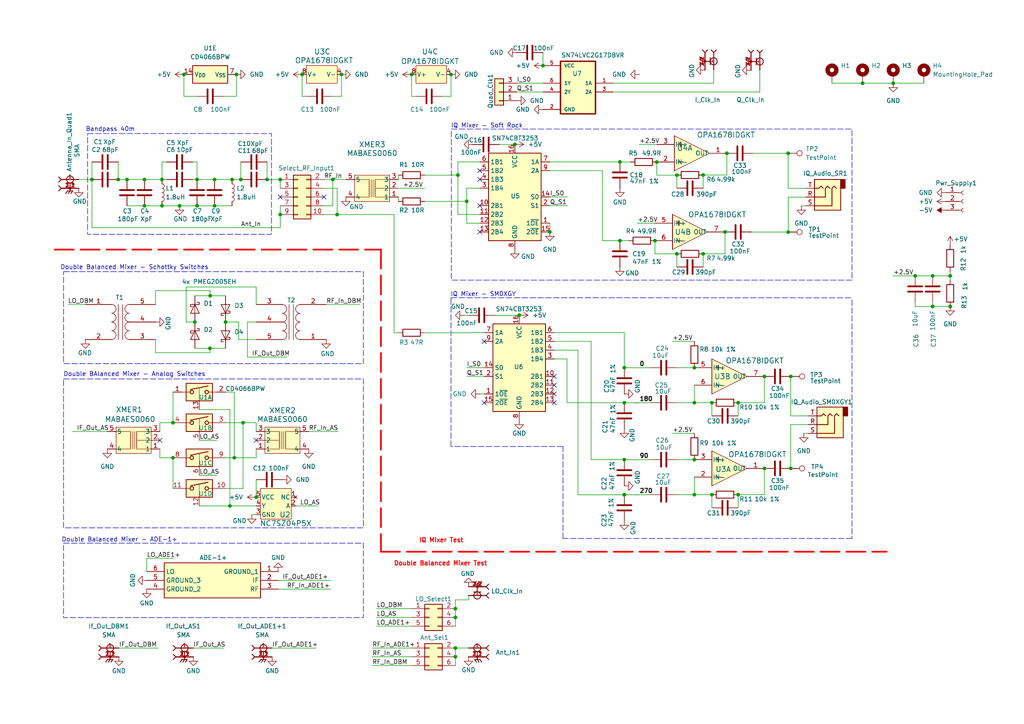
<source format=kicad_sch>
(kicad_sch (version 20231120) (generator "eeschema") (generator_version "8.0")
  (paper "A4")
  (title_block (title "Phasor Radio: MixerTest") (date "2024-03-04") (rev "Rev. v1.0") (company "Stefan Meyre. HB9GZE"))
  (junction (at 181.0746 106.6451))
  (junction (at 50.1775 122.613))
  (junction (at 57.15 59.69))
  (junction (at 81.28 52.07))
  (junction (at 229.3346 109.1851))
  (junction (at 119.38 21.59))
  (junction (at 250.19 24.13))
  (junction (at 26.67 52.07))
  (junction (at 77.47 52.07))
  (junction (at 130.81 21.59))
  (junction (at 275.59 80.01))
  (junction (at 62.23 52.07))
  (junction (at 132.08 176.53))
  (junction (at 206.4746 116.8051))
  (junction (at 132.8146 50.7651))
  (junction (at 46.99 59.69))
  (junction (at 52.07 59.69))
  (junction (at 68.58 21.59))
  (junction (at 149.3246 41.8751))
  (junction (at 210.82 44.45))
  (junction (at 214.0946 143.4751))
  (junction (at 159.4846 67.2751))
  (junction (at 132.08 187.96))
  (junction (at 99.06 21.59))
  (junction (at 65.4175 93.403))
  (junction (at 179.8046 46.9551))
  (junction (at 70.4975 122.613))
  (junction (at 67.31 52.07))
  (junction (at 259.08 24.13))
  (junction (at 81.28 62.23))
  (junction (at 57.15 52.07))
  (junction (at 41.91 52.07))
  (junction (at 67.9575 132.773))
  (junction (at 275.59 88.9))
  (junction (at 46.99 52.07))
  (junction (at 221.7146 109.1851))
  (junction (at 41.91 59.69))
  (junction (at 196.3146 73.6251))
  (junction (at 66.6875 146.743))
  (junction (at 270.51 80.01))
  (junction (at 181.0746 133.3151))
  (junction (at 189.9646 69.8151))
  (junction (at 201.3946 116.8051))
  (junction (at 201.3946 133.3151))
  (junction (at 201.3946 143.4751))
  (junction (at 206.4746 143.4751))
  (junction (at 69.85 52.07))
  (junction (at 270.51 88.9))
  (junction (at 96.52 52.07))
  (junction (at 150.5946 91.4051))
  (junction (at 201.3946 106.6451))
  (junction (at 87.63 21.59))
  (junction (at 36.83 52.07))
  (junction (at 157.48 19.05))
  (junction (at 221.7146 135.8551))
  (junction (at 60.8855 101.023))
  (junction (at 181.0746 143.51))
  (junction (at 203.9346 50.7651))
  (junction (at 228.6 44.45))
  (junction (at 229.3346 135.8551))
  (junction (at 210.2846 67.2751))
  (junction (at 190.5 46.99))
  (junction (at 53.34 21.59))
  (junction (at 135.3546 58.3851))
  (junction (at 60.954 85.783))
  (junction (at 34.29 52.07))
  (junction (at 62.23 59.69))
  (junction (at 228.6 67.31))
  (junction (at 181.0746 143.4751))
  (junction (at 56.5275 93.403))
  (junction (at 214.0946 116.8051))
  (junction (at 181.0746 116.8051))
  (junction (at 74.3075 144.203))
  (junction (at 203.9346 73.6251))
  (junction (at 132.08 190.5))
  (junction (at 132.08 179.07))
  (junction (at 179.8046 69.8151))
  (junction (at 50.1775 132.773))
  (junction (at 196.3146 50.8))
  (junction (at 97.79 62.23))
  (junction (at 265.43 80.01))
  (no_connect (at 46.3675 127.693))
  (no_connect (at 140.4346 116.8051))
  (no_connect (at 139.1646 49.4951))
  (no_connect (at 139.1646 59.6551))
  (no_connect (at 139.1646 67.2751))
  (no_connect (at 139.1646 52.0351))
  (no_connect (at 160.7546 109.1851))
  (no_connect (at 160.7546 111.7251))
  (no_connect (at 74.3075 127.693))
  (no_connect (at 160.7546 114.2651))
  (no_connect (at 160.7546 116.8051))
  (no_connect (at 81.28 57.15))
  (no_connect (at 93.98 57.15))
  (no_connect (at 140.4346 99.0251))
  (wire (pts (xy 130.2746 50.8) (xy 123.19 50.8)))
  (wire (pts (xy 45.1063 84.2837) (xy 45.1063 85.783)))
  (wire (pts (xy 201.3946 116.8051) (xy 201.3946 111.7251)))
  (wire (pts (xy 229.3346 123.1551) (xy 234.4146 123.1551)))
  (wire (pts (xy 181.0746 143.4751) (xy 181.0746 143.51)))
  (wire (pts (xy 160.7546 99.0251) (xy 171.45 99.0251)))
  (wire (pts (xy 41.91 52.07) (xy 36.83 52.07)))
  (wire (pts (xy 19.6975 88.323) (xy 24.7775 88.323)))
  (wire (pts (xy 66.6875 146.743) (xy 74.3075 146.743)))
  (wire (pts (xy 221.7146 109.1851) (xy 221.7146 116.8051)))
  (wire (pts (xy 74.3075 139.123) (xy 74.3075 144.203)))
  (wire (pts (xy 34.4865 187.9725) (xy 45.9165 187.9725)))
  (wire (pts (xy 206.4746 116.8051) (xy 201.3946 116.8051)))
  (polyline (pts (xy 110.49 72.39) (xy 110.49 160.02)) (stroke (width 0.5) (type dash) (color 255 0 0 1)))
  (wire (pts (xy 65.4175 93.403) (xy 69.2275 93.403)))
  (wire (pts (xy 53.9875 93.403) (xy 56.5275 93.403)))
  (wire (pts (xy 132.8146 62.1951) (xy 139.1646 62.1951)))
  (wire (pts (xy 109.22 176.53) (xy 119.38 176.53)))
  (wire (pts (xy 196.3146 50.8) (xy 196.3146 54.5751)))
  (wire (pts (xy 228.6 54.61) (xy 233.68 54.61)))
  (wire (pts (xy 74.3075 88.323) (xy 74.3075 83.243)))
  (wire (pts (xy 119.38 27.94) (xy 120.65 27.94)))
  (wire (pts (xy 229.3346 120.6151) (xy 229.3346 109.1851)))
  (wire (pts (xy 60.8855 102.293) (xy 60.8855 101.023)))
  (wire (pts (xy 196.3146 50.8) (xy 190.5 50.8)))
  (wire (pts (xy 114.3 96.52) (xy 115.57 96.52)))
  (wire (pts (xy 70.4975 141.663) (xy 70.4975 122.613)))
  (wire (pts (xy 132.08 190.5) (xy 132.08 193.04)))
  (wire (pts (xy 135.89 173.99) (xy 132.08 173.99)))
  (wire (pts (xy 107.95 193.04) (xy 119.38 193.04)))
  (wire (pts (xy 140.4346 114.2651) (xy 139.1646 114.2651)))
  (wire (pts (xy 196.3146 116.8051) (xy 201.3946 116.8051)))
  (polyline (pts (xy 130.81 129.482) (xy 130.81 86.995)) (stroke (width 0) (type dash)))
  (wire (pts (xy 96.52 52.07) (xy 100.33 52.07)))
  (wire (pts (xy 36.83 59.69) (xy 41.91 59.69)))
  (wire (pts (xy 132.08 187.96) (xy 132.08 190.5)))
  (wire (pts (xy 46.3675 122.613) (xy 46.3675 125.153)))
  (wire (pts (xy 250.19 24.13) (xy 259.08 24.13)))
  (wire (pts (xy 159.4846 57.1151) (xy 164.5646 57.1151)))
  (wire (pts (xy 132.08 176.53) (xy 132.08 179.07)))
  (wire (pts (xy 57.7975 146.743) (xy 66.6875 146.743)))
  (wire (pts (xy 57.7975 127.693) (xy 62.8775 127.693)))
  (wire (pts (xy 214.0946 143.4751) (xy 214.0946 147.2851)))
  (wire (pts (xy 135.89 172.72) (xy 135.89 173.99)))
  (wire (pts (xy 26.67 46.99) (xy 26.67 52.07)))
  (wire (pts (xy 265.43 87.63) (xy 265.43 88.9)))
  (wire (pts (xy 87.63 21.59) (xy 87.63 27.94)))
  (wire (pts (xy 270.51 80.01) (xy 275.59 80.01)))
  (wire (pts (xy 210.2846 73.6251) (xy 203.9346 73.6251)))
  (wire (pts (xy 80.6575 168.333) (xy 95.9978 168.333)))
  (polyline (pts (xy 247.1146 86.9601) (xy 247.1146 156.1751)) (stroke (width 0) (type dash)))
  (wire (pts (xy 119.38 21.59) (xy 119.38 27.94)))
  (wire (pts (xy 150.5946 91.44) (xy 150.5946 91.4051)))
  (wire (pts (xy 128.27 27.94) (xy 130.81 27.94)))
  (wire (pts (xy 57.15 59.69) (xy 62.23 59.69)))
  (wire (pts (xy 228.629 67.31) (xy 228.629 57.1849)))
  (wire (pts (xy 56.5275 85.783) (xy 60.954 85.783)))
  (wire (pts (xy 26.67 52.07) (xy 22.86 52.07)))
  (wire (pts (xy 233.1446 125.6951) (xy 234.4146 125.6951)))
  (wire (pts (xy 107.95 187.96) (xy 119.38 187.96)))
  (wire (pts (xy 132.08 173.99) (xy 132.08 176.53)))
  (wire (pts (xy 65.4175 132.773) (xy 67.9575 132.773)))
  (wire (pts (xy 201.3946 138.3951) (xy 201.3946 143.4751)))
  (wire (pts (xy 149.86 26.67) (xy 157.48 26.67)))
  (wire (pts (xy 77.47 46.99) (xy 77.47 52.07)))
  (wire (pts (xy 182.88 46.99) (xy 179.8046 46.99)))
  (wire (pts (xy 144.78 41.91) (xy 149.3246 41.91)))
  (wire (pts (xy 52.07 59.69) (xy 57.15 59.69)))
  (wire (pts (xy 159.4846 46.9551) (xy 179.8046 46.9551)))
  (wire (pts (xy 229.3346 123.1551) (xy 229.3346 135.8551)))
  (wire (pts (xy 206.4746 143.4751) (xy 206.4746 147.2851)))
  (wire (pts (xy 73.0375 149.283) (xy 74.3075 149.283)))
  (wire (pts (xy 201.3946 125.6951) (xy 195.0446 125.6951)))
  (wire (pts (xy 57.7975 137.853) (xy 62.8775 137.853)))
  (wire (pts (xy 143.51 91.44) (xy 150.5946 91.44)))
  (wire (pts (xy 233.68 57.1849) (xy 233.68 57.15)))
  (wire (pts (xy 97.79 54.61) (xy 97.79 62.23)))
  (wire (pts (xy 190.5 50.8) (xy 190.5 46.99)))
  (wire (pts (xy 132.08 187.96) (xy 135.89 187.96)))
  (wire (pts (xy 171.45 99.0251) (xy 171.45 133.3151)))
  (wire (pts (xy 80.6575 170.873) (xy 95.9356 170.873)))
  (wire (pts (xy 69.2275 98.483) (xy 74.3075 98.483)))
  (wire (pts (xy 130.81 27.94) (xy 130.81 21.59)))
  (wire (pts (xy 36.83 52.07) (xy 34.29 52.07)))
  (wire (pts (xy 166.37 101.5651) (xy 160.7546 101.5651)))
  (wire (pts (xy 179.8046 69.8151) (xy 174.7246 69.8151)))
  (wire (pts (xy 181.0746 116.8051) (xy 184.15 116.84)))
  (wire (pts (xy 149.3246 41.91) (xy 149.3246 41.8751)))
  (wire (pts (xy 203.9346 50.7651) (xy 203.9346 54.5751)))
  (wire (pts (xy 66.6875 118.803) (xy 66.6875 146.743)))
  (wire (pts (xy 78.9365 187.9725) (xy 91.6365 187.9725)))
  (wire (pts (xy 174.7246 49.4951) (xy 159.4846 49.4951)))
  (wire (pts (xy 181.0746 133.3151) (xy 184.15 133.35)))
  (wire (pts (xy 135.3546 64.7351) (xy 139.1646 64.7351)))
  (wire (pts (xy 50.1775 113.723) (xy 50.1775 122.613)))
  (wire (pts (xy 70.4975 122.613) (xy 74.3075 122.613)))
  (wire (pts (xy 56.0765 187.9725) (xy 64.9665 187.9725)))
  (wire (pts (xy 109.22 181.61) (xy 119.38 181.61)))
  (wire (pts (xy 96.52 27.94) (xy 99.06 27.94)))
  (wire (pts (xy 74.3075 122.613) (xy 74.3075 125.153)))
  (wire (pts (xy 57.15 46.99) (xy 57.15 52.07)))
  (wire (pts (xy 135.3546 106.6451) (xy 140.4346 106.6451)))
  (wire (pts (xy 185.42 106.68) (xy 188.6946 106.6451)))
  (wire (pts (xy 69.2275 93.403) (xy 69.2275 98.483)))
  (wire (pts (xy 132.8146 50.7651) (xy 132.8146 46.9551)))
  (wire (pts (xy 265.43 88.9) (xy 270.51 88.9)))
  (wire (pts (xy 42.5575 161.983) (xy 50.1775 161.983)))
  (wire (pts (xy 275.59 80.01) (xy 275.59 81.28)))
  (wire (pts (xy 184.15 133.35) (xy 188.6946 133.3151)))
  (wire (pts (xy 130.2746 50.7651) (xy 132.8146 50.7651)))
  (wire (pts (xy 217.17 67.2751) (xy 217.9046 67.2751)))
  (wire (pts (xy 228.6 44.45) (xy 228.6 54.61)))
  (wire (pts (xy 210.82 44.45) (xy 210.82 50.7651)))
  (wire (pts (xy 259.08 24.13) (xy 267.97 24.13)))
  (wire (pts (xy 60.954 84.2837) (xy 45.1063 84.2837)))
  (wire (pts (xy 220.3732 26.67) (xy 220.3732 20.3847)))
  (polyline (pts (xy 163.2946 129.5051) (xy 130.9096 129.5051)) (stroke (width 0) (type dash)))
  (wire (pts (xy 137.16 96.4851) (xy 140.4346 96.4851)))
  (wire (pts (xy 181.0746 143.51) (xy 181.0746 146.0151)))
  (wire (pts (xy 177.8 26.67) (xy 220.3732 26.67)))
  (wire (pts (xy 123.19 96.52) (xy 137.16 96.52)))
  (wire (pts (xy 171.45 133.3151) (xy 181.0746 133.3151)))
  (wire (pts (xy 228.6 67.31) (xy 228.629 67.31)))
  (wire (pts (xy 45.0975 98.483) (xy 45.0975 102.293)))
  (wire (pts (xy 132.8146 50.7651) (xy 132.8146 62.1951)))
  (wire (pts (xy 56.5275 101.023) (xy 60.8855 101.023)))
  (wire (pts (xy 214.0946 116.8051) (xy 214.0946 120.6151)))
  (wire (pts (xy 130.2746 50.7651) (xy 130.2746 50.8)))
  (wire (pts (xy 45.1063 85.783) (xy 45.0975 85.783)))
  (wire (pts (xy 164.4472 116.8051) (xy 164.4472 104.1051)))
  (wire (pts (xy 166.37 101.5823) (xy 167.64 101.5823)))
  (wire (pts (xy 181.0746 106.6451) (xy 185.42 106.68)))
  (wire (pts (xy 97.79 62.23) (xy 114.3 62.23)))
  (wire (pts (xy 93.98 54.61) (xy 97.79 54.61)))
  (polyline (pts (xy 15.875 72.39) (xy 110.49 72.39)) (stroke (width 0.5) (type dash) (color 255 0 0 1)))
  (wire (pts (xy 65.4175 113.723) (xy 67.9575 113.723)))
  (wire (pts (xy 87.63 27.94) (xy 88.9 27.94)))
  (wire (pts (xy 65.4175 141.663) (xy 70.4975 141.663)))
  (wire (pts (xy 185.42 143.51) (xy 184.15 143.51)))
  (wire (pts (xy 130.2746 58.3851) (xy 135.3546 58.3851)))
  (wire (pts (xy 115.57 50.8) (xy 115.57 52.07)))
  (wire (pts (xy 167.64 101.5823) (xy 167.64 143.51)))
  (wire (pts (xy 130.2746 58.3851) (xy 130.2746 58.42)))
  (wire (pts (xy 46.3675 122.613) (xy 50.1775 122.613)))
  (wire (pts (xy 206.4746 116.8051) (xy 206.4746 120.6151)))
  (wire (pts (xy 41.91 52.07) (xy 46.99 52.07)))
  (wire (pts (xy 68.58 27.94) (xy 64.77 27.94)))
  (wire (pts (xy 210.2846 67.2751) (xy 210.2846 73.6251)))
  (wire (pts (xy 60.8855 101.023) (xy 65.4175 101.023)))
  (wire (pts (xy 270.51 87.63) (xy 270.51 88.9)))
  (wire (pts (xy 97.9731 125.153) (xy 89.5475 125.153)))
  (wire (pts (xy 184.15 143.51) (xy 188.6946 143.4751)))
  (wire (pts (xy 135.89 91.44) (xy 134.62 91.44)))
  (wire (pts (xy 217.17 67.31) (xy 217.17 67.2751)))
  (wire (pts (xy 114.3 62.23) (xy 114.3 96.52)))
  (wire (pts (xy 74.3075 130.233) (xy 74.3075 132.773)))
  (wire (pts (xy 229.3346 120.6151) (xy 234.4146 120.6151)))
  (wire (pts (xy 228.629 57.1849) (xy 233.68 57.1849)))
  (wire (pts (xy 53.34 27.94) (xy 57.15 27.94)))
  (wire (pts (xy 135.3546 54.5751) (xy 139.1646 54.5751)))
  (wire (pts (xy 67.9575 132.773) (xy 74.3075 132.773)))
  (wire (pts (xy 109.22 179.07) (xy 119.38 179.07)))
  (wire (pts (xy 34.29 46.99) (xy 34.29 52.07)))
  (wire (pts (xy 81.28 66.04) (xy 81.28 62.23)))
  (wire (pts (xy 270.51 88.9) (xy 275.59 88.9)))
  (wire (pts (xy 81.28 59.69) (xy 81.28 62.23)))
  (wire (pts (xy 93.98 62.23) (xy 97.79 62.23)))
  (wire (pts (xy 46.3675 132.773) (xy 50.1775 132.773)))
  (wire (pts (xy 74.3075 83.243) (xy 53.9875 83.243)))
  (polyline (pts (xy 130.81 86.3831) (xy 130.81 86.995)))
  (wire (pts (xy 164.4472 104.1051) (xy 160.7546 104.1051)))
  (wire (pts (xy 166.37 101.5823) (xy 166.37 101.5651)))
  (wire (pts (xy 196.3146 133.3151) (xy 201.3946 133.3151)))
  (wire (pts (xy 67.9575 113.723) (xy 67.9575 132.773)))
  (wire (pts (xy 221.7146 116.8051) (xy 214.0946 116.8051)))
  (wire (pts (xy 62.23 59.69) (xy 67.31 59.69)))
  (wire (pts (xy 115.57 58.42) (xy 115.57 57.15)))
  (wire (pts (xy 85.7375 146.743) (xy 92.0875 146.743)))
  (wire (pts (xy 46.99 52.07) (xy 48.26 52.07)))
  (wire (pts (xy 57.15 52.07) (xy 62.23 52.07)))
  (wire (pts (xy 179.8046 46.99) (xy 179.8046 46.9551)))
  (wire (pts (xy 189.9646 69.8151) (xy 189.9646 73.6251)))
  (wire (pts (xy 69.85 52.07) (xy 67.31 52.07)))
  (wire (pts (xy 57.7975 118.803) (xy 66.6875 118.803)))
  (wire (pts (xy 185.42 41.91) (xy 190.5 41.91)))
  (wire (pts (xy 232.41 59.69) (xy 233.68 59.69)))
  (wire (pts (xy 97.9731 125.1322) (xy 97.9731 125.153)))
  (polyline (pts (xy 110.49 160.02) (xy 257.175 160.02)) (stroke (width 0.5) (type dash) (color 255 0 0 1)))
  (wire (pts (xy 53.9875 83.243) (xy 53.9875 93.403)))
  (wire (pts (xy 81.28 52.07) (xy 81.28 54.61)))
  (wire (pts (xy 196.3146 73.6251) (xy 196.3146 77.4351)))
  (wire (pts (xy 181.0746 143.4751) (xy 184.15 143.51)))
  (wire (pts (xy 132.08 179.07) (xy 132.08 181.61)))
  (wire (pts (xy 60.954 85.783) (xy 60.954 84.2837)))
  (wire (pts (xy 93.98 52.07) (xy 96.52 52.07)))
  (wire (pts (xy 160.7546 96.4851) (xy 181.0746 96.4851)))
  (wire (pts (xy 207.01 20.32) (xy 207.01 24.13)))
  (wire (pts (xy 184.15 116.84) (xy 188.6946 116.8051)))
  (wire (pts (xy 130.2746 58.42) (xy 123.19 58.42)))
  (wire (pts (xy 132.8146 46.9551) (xy 139.1646 46.9551)))
  (wire (pts (xy 218.44 44.45) (xy 228.6 44.45)))
  (wire (pts (xy 210.82 50.7651) (xy 203.9346 50.7651)))
  (wire (pts (xy 159.4846 59.6551) (xy 164.5646 59.6551)))
  (wire (pts (xy 42.5575 165.793) (xy 42.5575 161.983)))
  (wire (pts (xy 185.42 133.35) (xy 184.15 133.35)))
  (wire (pts (xy 68.58 21.59) (xy 68.58 27.94)))
  (wire (pts (xy 62.23 52.07) (xy 67.31 52.07)))
  (wire (pts (xy 53.34 21.59) (xy 53.34 27.94)))
  (wire (pts (xy 228.6 67.31) (xy 217.17 67.31)))
  (wire (pts (xy 135.3546 58.3851) (xy 135.3546 64.7351)))
  (wire (pts (xy 181.0746 96.4851) (xy 181.0746 106.6451)))
  (wire (pts (xy 26.67 66.04) (xy 81.28 66.04)))
  (wire (pts (xy 214.0946 143.4751) (xy 221.7146 143.4751)))
  (wire (pts (xy 177.8 24.13) (xy 207.01 24.13)))
  (wire (pts (xy 196.3146 50.7651) (xy 196.3146 50.8)))
  (wire (pts (xy 20.9675 125.153) (xy 31.1275 125.153)))
  (polyline (pts (xy 247.1146 156.1751) (xy 163.2946 156.1751)) (stroke (width 0) (type dash)))
  (wire (pts (xy 71.7675 93.403) (xy 74.3075 93.403)))
  (wire (pts (xy 196.3146 143.4751) (xy 201.3946 143.4751)))
  (wire (pts (xy 55.88 52.07) (xy 57.15 52.07)))
  (wire (pts (xy 26.67 52.07) (xy 26.67 66.04)))
  (wire (pts (xy 99.06 27.94) (xy 99.06 21.59)))
  (wire (pts (xy 185.42 116.84) (xy 184.15 116.84)))
  (wire (pts (xy 159.4846 64.7351) (xy 159.4846 67.2751)))
  (wire (pts (xy 55.88 46.99) (xy 57.15 46.99)))
  (wire (pts (xy 50.1775 132.773) (xy 50.1775 141.663)))
  (wire (pts (xy 167.64 143.51) (xy 181.0746 143.51)))
  (wire (pts (xy 196.3146 106.6451) (xy 201.3946 106.6451)))
  (wire (pts (xy 93.98 59.69) (xy 96.52 59.69)))
  (wire (pts (xy 107.95 190.5) (xy 119.38 190.5)))
  (wire (pts (xy 137.16 96.52) (xy 137.16 96.4851)))
  (wire (pts (xy 259.08 80.01) (xy 265.43 80.01)))
  (polyline (pts (xy 163.2946 156.1751) (xy 163.2946 129.5051)) (stroke (width 0) (type dash)))
  (wire (pts (xy 181.0746 116.8051) (xy 164.4472 116.8051)))
  (wire (pts (xy 60.954 85.783) (xy 65.4175 85.783)))
  (wire (pts (xy 46.99 46.99) (xy 46.99 52.07)))
  (wire (pts (xy 275.59 78.74) (xy 275.59 80.01)))
  (wire (pts (xy 195.0446 99.0251) (xy 201.3946 99.0251)))
  (wire (pts (xy 179.8046 69.8151) (xy 182.3446 69.8151)))
  (wire (pts (xy 174.7246 69.8151) (xy 174.7246 49.4951)))
  (wire (pts (xy 149.86 24.13) (xy 157.48 24.13)))
  (wire (pts (xy 65.4175 122.613) (xy 70.4975 122.613)))
  (wire (pts (xy 189.9646 73.6251) (xy 196.3146 73.6251)))
  (wire (pts (xy 115.57 54.61) (xy 123.19 54.61)))
  (wire (pts (xy 221.7146 143.4751) (xy 221.7146 135.8551)))
  (wire (pts (xy 265.43 80.01) (xy 270.51 80.01)))
  (wire (pts (xy 135.3546 109.1851) (xy 140.4346 109.1851)))
  (wire (pts (xy 94.6275 88.323) (xy 104.4456 88.323)))
  (wire (pts (xy 241.3 24.13) (xy 250.19 24.13)))
  (wire (pts (xy 203.9346 73.6251) (xy 203.9346 77.4351)))
  (wire (pts (xy 69.85 46.99) (xy 69.85 52.07)))
  (wire (pts (xy 45.0975 102.293) (xy 60.8855 102.293)))
  (wire (pts (xy 184.8846 64.7351) (xy 189.9646 64.7351)))
  (wire (pts (xy 81.28 52.07) (xy 77.47 52.07)))
  (wire (pts (xy 41.91 59.69) (xy 46.99 59.69)))
  (polyline (pts (xy 130.81 86.36) (xy 247.1146 86.3831)) (stroke (width 0) (type dash)))
  (wire (pts (xy 46.99 59.69) (xy 52.07 59.69)))
  (wire (pts (xy 71.7675 103.563) (xy 83.1975 103.563)))
  (wire (pts (xy 135.3546 54.5751) (xy 135.3546 58.3851)))
  (wire (pts (xy 157.48 15.24) (xy 157.48 19.05)))
  (wire (pts (xy 201.3946 143.4751) (xy 206.4746 143.4751)))
  (wire (pts (xy 46.3675 130.233) (xy 46.3675 132.773)))
  (wire (pts (xy 45.0975 85.783) (xy 45.0975 88.323)))
  (wire (pts (xy 71.7675 93.403) (xy 71.7675 103.563)))
  (wire (pts (xy 46.99 46.99) (xy 48.26 46.99)))
  (wire (pts (xy 96.52 52.07) (xy 96.52 59.69)))
  (rectangle (start 130.9096 37.4301) (end 247.1146 81.2451) (stroke (width 0) (type dash)))
  (rectangle (start 25.4 38.735) (end 78.74 67.945) (stroke (width 0) (type dash)))
  (rectangle (start 18.4275 78.798) (end 105.41 105.468) (stroke (width 0) (type dash)))
  (rectangle (start 18.4275 157.538) (end 105.41 179.128) (stroke (width 0) (type dash)))
  (rectangle (start 18.4275 109.913) (end 105.41 153.093) (stroke (width 0) (type dash)))
  (text "IQ Mixer - Soft Rock" (at 141.224 36.576 0) (effects (font (size 1.27 1.27))))
  (text "Bandpass 40m" (at 32.004 37.592 0) (effects (font (size 1.27 1.27))))
  (text "Double Balanced Mixer - ADE-1+\n" (at 34.6835 156.649 0) (effects (font (size 1.27 1.27))))
  (text "Double Balanced Mixer Test" (at 127.7634 163.5576 0) (effects (font (size 1.27 1.27) (thickness 0.254) (bold yes))))
  (text "IQ Mixer Test" (at 127.9731 156.8462 0) (effects (font (size 1.27 1.27) (thickness 0.254) (bold yes))))
  (text "Double BAlanced Mixer - Analog Switches" (at 39.0015 108.643 0) (effects (font (size 1.27 1.27))))
  (text "Double Balanced Mixer - Schottky Switches" (at 39.0015 77.655 0) (effects (font (size 1.27 1.27))))
  (text "IQ Mixer - SM0XGY" (at 140.1719 85.4582 0) (effects (font (size 1.27 1.27))))
  (label "Ant_In" (at 69.85 66.04 0))
  (label "270" (at 185.42 143.51 0) (effects (font (bold yes))))
  (label "I_S0" (at 135.3546 106.6451 0))
  (label "RF_In_ADE1+" (at 83.1975 170.873 0))
  (label "Q_S1" (at 149.86 26.67 0))
  (label "LO_AS" (at 57.7975 127.693 0))
  (label "180" (at 185.42 116.84 0) (effects (font (bold yes))))
  (label "90" (at 185.42 133.35 0) (effects (font (bold yes))))
  (label "IF_Out_AS" (at 56.0765 187.9725 0))
  (label "I_S0" (at 149.86 24.13 0))
  (label "Q_S1" (at 159.4846 59.6551 0))
  (label "LO_AS" (at 57.7975 137.853 0))
  (label "Q_S1" (at 135.3546 109.1851 0))
  (label "+2.5V" (at 195.0446 99.0251 0))
  (label "RF_In" (at 93.98 52.07 0))
  (label "RF_In_ADE1+" (at 107.95 187.96 0))
  (label "+2.5V" (at 259.08 80.01 0))
  (label "LO_DBM" (at 109.22 176.53 0))
  (label "RF_In_AS" (at 89.5475 125.153 0))
  (label "RF_In_AS" (at 107.95 190.5 0))
  (label "+2.5V" (at 185.42 41.91 0))
  (label "+2.5V" (at 116.84 54.61 0))
  (label "IF_Out_AS" (at 22.2375 125.153 0))
  (label "I_S0" (at 159.4846 57.1151 0))
  (label "LO_AS" (at 109.22 179.07 0))
  (label "0" (at 185.42 106.68 0) (effects (font (bold yes))))
  (label "LO_AS" (at 87.0075 146.743 0))
  (label "LO_DBM" (at 19.6975 88.323 0))
  (label "RF_In_DBM" (at 107.95 193.04 0))
  (label "LO_ADE1+" (at 109.22 181.61 0))
  (label "IF_Out_ADE1+" (at 78.9365 187.9725 0))
  (label "IF_Out_DBM" (at 73.0375 103.563 0))
  (label "IF_Out_DBM" (at 34.4865 187.9725 0))
  (label "+2.5V" (at 184.8846 64.7351 0))
  (label "RF_In_DBM" (at 94.6275 88.323 0))
  (label "IF_Out_ADE1+" (at 81.9275 168.333 0))
  (label "+2.5V" (at 195.0446 125.6951 0))
  (label "LO_ADE1+" (at 42.5575 161.983 0))
  (symbol (lib_id "Connector_Audio:AudioJack3") (at 238.76 57.15 180) (unit 1)
    (property "Reference" "IQ_Audio_SR1" (at 232.918 50.292 0) (effects (justify right)))
    (property "Value" "AudioJack3" (effects (hide yes)))
    (property "Footprint" "Connector_Audio:Jack_3.5mm_CUI_SJ-3523-SMT_Horizontal" (effects (hide yes)))
    (property "Description" "Audio Jack, 3 Poles (Stereo / TRS)" (effects (hide yes)))
  )
  (symbol (lib_id "power:GND") (at 135.89 170.18 180) (unit 1)
    (property "Reference" "#PWR055" (effects (hide yes)))
    (property "Value" "GND" (at 135.636 166.37 0))
    (property "Description" "Power symbol creates a global label with name \"GND\" , ground" (effects (hide yes)))
  )
  (symbol (lib_id "Device:R") (at 200.1246 50.7651 90) (unit 1)
    (property "Reference" "R6" (at 206.2206 52.0351 90))
    (property "Value" "4.99k" (at 210.5386 52.0351 90))
    (property "Footprint" "Resistor_SMD:R_0805_2012Metric_Pad1.20x1.40mm_HandSolder" (effects (hide yes)))
    (property "Description" "Resistor" (effects (hide yes)))
  )
  (symbol (lib_id "power:GND") (at 42.5575 168.333 270) (unit 1)
    (property "Reference" "#PWR05" (effects (hide yes)))
    (property "Value" "GND" (at 38.4935 168.333 0))
    (property "Description" "Power symbol creates a global label with name \"GND\" , ground" (effects (hide yes)))
  )
  (symbol (lib_id "Mechanical:MountingHole_Pad") (at 267.97 21.59 0) (unit 1)
    (property "Reference" "H4" (at 270.51 19.0499 0) (effects (justify left)))
    (property "Value" "MountingHole_Pad" (at 270.51 21.5899 0) (effects (justify left)))
    (property "Footprint" "MountingHole:MountingHole_2.5mm_Pad_TopBottom" (effects (hide yes)))
    (property "Description" "Mounting Hole with connection" (effects (hide yes)))
  )
  (symbol (lib_id "Device:C") (at 73.66 52.07 90) (unit 1)
    (property "Reference" "C11" (at 70.866 43.688 90))
    (property "Value" "68pF" (at 75.438 43.688 90))
    (property "Footprint" "Capacitor_SMD:C_0805_2012Metric_Pad1.18x1.45mm_HandSolder" (effects (hide yes)))
    (property "Description" "Unpolarized capacitor" (effects (hide yes)))
  )
  (symbol (lib_id "Private:SN74LVC2G17DBVR") (at 160.02 26.67 0) (mirror y) (unit 1)
    (property "Reference" "U7" (at 167.386 21.336 0))
    (property "Value" "SN74LVC2G17DBVR" (at 171.958 16.002 0))
    (property "Footprint" "Private:SOT95P280X145-6N" (effects (hide yes)))
  )
  (symbol (lib_id "Diode:PMEG2005EH") (at 65.4175 97.213 90) (unit 1)
    (property "Reference" "D4" (at 67.9575 96.2604 90) (effects (justify right)))
    (property "Value" "PMEG2005EH" (effects (hide yes)))
    (property "Footprint" "Diode_SMD:D_SOD-123F" (effects (hide yes)))
    (property "Datasheet" "https://assets.nexperia.com/documents/data-sheet/PMEGXX05EH_EJ_SER.pdf" (effects (hide yes)))
    (property "Description" "20V, 500mA very low Vf MEGA Schottky barrier rectifier, SOD-123F" (effects (hide yes)))
  )
  (symbol (lib_name "OPA1678IDGKT_3") (lib_id "Private:OPA1678IDGKT") (at 211.5546 135.8551 0) (mirror x) (unit 1)
    (property "Reference" "U3" (at 209.7766 136.1091 0) (effects (font (size 1.524 1.524))))
    (property "Value" "OPA1678IDGKT" (at 219.6826 131.7911 0) (effects (font (size 1.524 1.524))))
    (property "Footprint" "Private:OPA1678_L" (effects (hide yes)))
    (property "Datasheet" "OPA1678IDGKT" (effects (hide yes)))
  )
  (symbol (lib_id "Device:C") (at 140.97 41.91 90) (unit 1)
    (property "Reference" "C16" (at 137.922 40.64 90))
    (property "Value" "100nF" (at 136.652 44.196 90))
    (property "Footprint" "Capacitor_SMD:C_0805_2012Metric_Pad1.18x1.45mm_HandSolder" (effects (hide yes)))
    (property "Description" "Unpolarized capacitor" (effects (hide yes)))
  )
  (symbol (lib_id "Device:C") (at 270.51 83.82 180) (unit 1)
    (property "Reference" "C37" (at 270.764 98.806 90))
    (property "Value" "100nF" (at 270.51 92.964 90))
    (property "Footprint" "Capacitor_SMD:C_0805_2012Metric_Pad1.18x1.45mm_HandSolder" (effects (hide yes)))
    (property "Description" "Unpolarized capacitor" (effects (hide yes)))
  )
  (symbol (lib_name "OPA1678IDGKT_1") (lib_id "Private:OPA1678IDGKT") (at 125.73 22.86 0) (unit 3)
    (property "Reference" "U4" (at 124.714 14.986 0) (effects (font (size 1.524 1.524))))
    (property "Value" "OPA1678IDGKT" (at 124.714 17.78 0) (effects (font (size 1.524 1.524))))
    (property "Footprint" "Private:OPA1678_L" (effects (hide yes)))
    (property "Datasheet" "OPA1678IDGKT" (effects (hide yes)))
  )
  (symbol (lib_id "power:+5V") (at 275.59 71.12 0) (unit 1)
    (property "Reference" "#PWR052" (effects (hide yes)))
    (property "Value" "+5V" (at 278.638 69.342 0))
    (property "Description" "Power symbol creates a global label with name \"+5V\"" (effects (hide yes)))
  )
  (symbol (lib_id "power:GND") (at 179.8046 54.5751 0) (unit 1)
    (property "Reference" "#PWR038" (effects (hide yes)))
    (property "Value" "GND" (at 179.8046 58.6391 0))
    (property "Description" "Power symbol creates a global label with name \"GND\" , ground" (effects (hide yes)))
  )
  (symbol (lib_id "Private:SMA") (at 138.43 170.18 180) (unit 1)
    (property "Reference" "LO_Clk_In" (at 147.066 171.45 0))
    (property "Value" "SMA" (effects (hide yes)))
    (property "Footprint" "Private:SAMTEC_SMA-J-P-H-ST-EM1" (effects (hide yes)))
  )
  (symbol (lib_id "power:GND") (at 134.62 91.44 270) (unit 1)
    (property "Reference" "#PWR026" (effects (hide yes)))
    (property "Value" "GND" (at 134.874 88.9 90) (effects (justify right)))
    (property "Description" "Power symbol creates a global label with name \"GND\" , ground" (effects (hide yes)))
  )
  (symbol (lib_id "Private:ADE-1+") (at 80.6575 165.793 0) (mirror y) (unit 1)
    (property "Reference" "IC1" (effects (hide yes)))
    (property "Value" "ADE-1+" (at 61.8615 161.729 0))
    (property "Footprint" "Private:ADE1Mix" (effects (hide yes)))
    (property "Datasheet" "https://componentsearchengine.com/Datasheets/1/ADE-1+.pdf" (effects (hide yes)))
    (property "Description" "RF Mixer Level 7, SMT Double Balanced Mixer, RF/LO Freq 0.5 - 500 MHz" (effects (hide yes)))
    (property "Height" "4.11" (effects (hide yes)))
    (property "Manufacturer_Name" "Mini-Circuits" (effects (hide yes)))
    (property "Manufacturer_Part_Number" "ADE-1+" (effects (hide yes)))
    (property "Mouser Part Number" "139-ADE-1" (effects (hide yes)))
    (property "Mouser Price/Stock" "https://www.mouser.co.uk/ProductDetail/Mini-Circuits/ADE-1%2b?qs=xZ%2FP%252Ba9zWqZNkkNe3uAsRQ%3D%3D" (effects (hide yes)))
  )
  (symbol (lib_id "power:GND") (at 22.86 54.61 0) (unit 1)
    (property "Reference" "#PWR01" (effects (hide yes)))
    (property "Value" "GND" (at 23.114 58.42 0))
    (property "Description" "Power symbol creates a global label with name \"GND\" , ground" (effects (hide yes)))
  )
  (symbol (lib_id "Device:C") (at 179.8046 50.7651 0) (unit 1)
    (property "Reference" "C18" (at 182.5986 50.7651 0) (effects (justify left)))
    (property "Value" "47nF 1%" (at 182.5986 52.5431 0) (effects (justify left)))
    (property "Footprint" "Capacitor_SMD:C_0805_2012Metric_Pad1.18x1.45mm_HandSolder" (effects (hide yes)))
    (property "Description" "Unpolarized capacitor" (effects (hide yes)))
  )
  (symbol (lib_id "Device:R") (at 119.38 58.42 90) (unit 1)
    (property "Reference" "R2" (at 117.094 60.96 90))
    (property "Value" "10R" (at 121.158 60.96 90))
    (property "Footprint" "Resistor_SMD:R_0805_2012Metric_Pad1.20x1.40mm_HandSolder" (effects (hide yes)))
    (property "Description" "Resistor" (effects (hide yes)))
  )
  (symbol (lib_id "power:GND") (at 159.4846 67.2751 0) (unit 1)
    (property "Reference" "#PWR037" (effects (hide yes)))
    (property "Value" "GND" (at 159.4846 72.3551 0))
    (property "Description" "Power symbol creates a global label with name \"GND\" , ground" (effects (hide yes)))
  )
  (symbol (lib_id "Device:C") (at 153.67 15.24 90) (unit 1)
    (property "Reference" "C17" (at 150.622 13.97 90))
    (property "Value" "100nF" (at 157.734 13.97 90))
    (property "Footprint" "Capacitor_SMD:C_0805_2012Metric_Pad1.18x1.45mm_HandSolder" (effects (hide yes)))
    (property "Description" "Unpolarized capacitor" (effects (hide yes)))
  )
  (symbol (lib_id "power:GND") (at 149.86 29.21 90) (unit 1)
    (property "Reference" "#PWR032" (effects (hide yes)))
    (property "Value" "GND" (at 153.67 29.2099 90) (effects (justify right)))
    (property "Description" "Power symbol creates a global label with name \"GND\" , ground" (effects (hide yes)))
  )
  (symbol (lib_id "power:+5V") (at 150.5946 91.4051 270) (unit 1)
    (property "Reference" "#PWR033" (effects (hide yes)))
    (property "Value" "+5V" (at 154.4046 91.405 90) (effects (justify left)))
    (property "Description" "Power symbol creates a global label with name \"+5V\"" (effects (hide yes)))
  )
  (symbol (lib_id "Device:R") (at 119.38 96.52 90) (unit 1)
    (property "Reference" "R3" (at 117.094 99.314 90))
    (property "Value" "47R" (at 120.904 99.314 90))
    (property "Footprint" "Resistor_SMD:R_0805_2012Metric_Pad1.20x1.40mm_HandSolder" (effects (hide yes)))
    (property "Description" "Resistor" (effects (hide yes)))
  )
  (symbol (lib_id "Private:Transformer_1P_SS_SNM") (at 84.4675 93.403 180) (unit 1)
    (property "Reference" "T2" (at 84.4675 87.053 0))
    (property "Value" "Transformer_1P_SS_SNM" (effects (hide yes)))
    (property "Footprint" "Private:Transformer_1P_SS_SNM" (effects (hide yes)))
    (property "Description" "Transformer, single primary, split secondary" (effects (hide yes)))
  )
  (symbol (lib_id "Device:C") (at 73.66 46.99 90) (unit 1)
    (property "Reference" "C10" (at 70.866 41.656 90))
    (property "Value" "XpF" (at 74.422 41.656 90))
    (property "Footprint" "Capacitor_SMD:C_0805_2012Metric_Pad1.18x1.45mm_HandSolder" (effects (hide yes)))
    (property "Description" "Unpolarized capacitor" (effects (hide yes)))
  )
  (symbol (lib_id "Private:MABAES0060") (at 59.0675 125.153 0) (mirror y) (unit 1)
    (property "Reference" "XMER1" (at 37.4775 118.803 0) (effects (font (size 1.524 1.524))))
    (property "Value" "MABAES0060" (at 37.7315 121.597 0) (effects (font (size 1.524 1.524))))
    (property "Footprint" "Private:MABAES0060_MCM" (effects (hide yes)))
    (property "Datasheet" "MABAES0060" (effects (hide yes)))
  )
  (symbol (lib_id "Device:C") (at 181.0746 137.1251 0) (unit 1)
    (property "Reference" "C22" (at 175.2326 142.2051 90) (effects (justify left)))
    (property "Value" "47nF 1%" (at 177.5186 142.2051 90) (effects (justify left)))
    (property "Footprint" "Capacitor_SMD:C_0805_2012Metric_Pad1.18x1.45mm_HandSolder" (effects (hide yes)))
    (property "Description" "Unpolarized capacitor" (effects (hide yes)))
  )
  (symbol (lib_id "power:GND") (at 130.81 21.59 90) (unit 1)
    (property "Reference" "#PWR025" (effects (hide yes)))
    (property "Value" "GND" (at 134.62 21.5899 90) (effects (justify right)))
    (property "Description" "Power symbol creates a global label with name \"GND\" , ground" (effects (hide yes)))
  )
  (symbol (lib_id "Device:C") (at 192.5046 106.6451 90) (unit 1)
    (property "Reference" "C24" (at 194.0286 101.0571 90) (effects (justify left)))
    (property "Value" "10uF" (at 194.0286 103.0891 90) (effects (justify left)))
    (property "Footprint" "Capacitor_SMD:C_0805_2012Metric_Pad1.18x1.45mm_HandSolder" (effects (hide yes)))
    (property "Description" "Unpolarized capacitor" (effects (hide yes)))
  )
  (symbol (lib_id "Diode:PMEG2005EH") (at 56.5275 89.593 270) (unit 1)
    (property "Reference" "D1" (at 59.0675 88.0054 90) (effects (justify left)))
    (property "Value" "4x PMEG2005EH" (at 52.7175 81.719 90) (effects (justify left)))
    (property "Footprint" "Diode_SMD:D_SOD-123F" (effects (hide yes)))
    (property "Datasheet" "https://assets.nexperia.com/documents/data-sheet/PMEGXX05EH_EJ_SER.pdf" (effects (hide yes)))
    (property "Description" "20V, 500mA very low Vf MEGA Schottky barrier rectifier, SOD-123F" (effects (hide yes)))
  )
  (symbol (lib_id "power:GND") (at 259.08 24.13 0) (unit 1)
    (property "Reference" "#PWR045" (effects (hide yes)))
    (property "Value" "GND" (at 259.08 29.21 0))
    (property "Description" "Power symbol creates a global label with name \"GND\" , ground" (effects (hide yes)))
  )
  (symbol (lib_id "Device:C") (at 57.15 55.88 180) (unit 1)
    (property "Reference" "C7" (at 55.88 61.214 0) (effects (justify right)))
    (property "Value" "180pF" (at 55.372 63.5 0) (effects (justify right)))
    (property "Footprint" "Capacitor_SMD:C_0805_2012Metric_Pad1.18x1.45mm_HandSolder" (effects (hide yes)))
    (property "Description" "Unpolarized capacitor" (effects (hide yes)))
  )
  (symbol (lib_id "Analog_Switch:CD4066BPW") (at 57.7975 113.723 0) (unit 1)
    (property "Reference" "U1" (at 59.5755 115.247 0))
    (property "Value" "CD4066BPW" (at 71.164 112.7295 0))
    (property "Footprint" "Package_SO:TSSOP-14_4.4x5mm_P0.65mm" (effects (hide yes)))
    (property "Datasheet" "https://www.ti.com/lit/ds/symlink/cd4066b.pdf" (effects (hide yes)))
    (property "Description" "Quad 20V analog SPST 1:1 switch, TSSOP-14" (effects (hide yes)))
  )
  (symbol (lib_id "Analog_Switch:CD4066BPW") (at 57.7975 132.773 0) (unit 3)
    (property "Reference" "U1" (at 59.5755 134.297 0))
    (property "Value" "CD4066BPW" (effects (hide yes)))
    (property "Footprint" "Package_SO:TSSOP-14_4.4x5mm_P0.65mm" (effects (hide yes)))
    (property "Datasheet" "https://www.ti.com/lit/ds/symlink/cd4066b.pdf" (effects (hide yes)))
    (property "Description" "Quad 20V analog SPST 1:1 switch, TSSOP-14" (effects (hide yes)))
  )
  (symbol (lib_id "Connector:TestPoint") (at 228.6 44.45 270) (unit 1)
    (property "Reference" "TP2" (at 233.68 43.1799 90) (effects (justify left)))
    (property "Value" "TestPoint" (at 233.68 45.7199 90) (effects (justify left)))
    (property "Footprint" "TestPoint:TestPoint_Loop_D1.80mm_Drill1.0mm_Beaded" (effects (hide yes)))
    (property "Description" "test point" (effects (hide yes)))
  )
  (symbol (lib_name "OPA1678IDGKT_4") (lib_id "Private:OPA1678IDGKT") (at 93.98 22.86 0) (unit 3)
    (property "Reference" "U3" (at 93.472 14.986 0) (effects (font (size 1.524 1.524))))
    (property "Value" "OPA1678IDGKT" (at 93.98 17.526 0) (effects (font (size 1.524 1.524))))
    (property "Footprint" "Private:OPA1678_L" (effects (hide yes)))
    (property "Datasheet" "OPA1678IDGKT" (effects (hide yes)))
  )
  (symbol (lib_id "power:+5V") (at 157.48 19.05 90) (unit 1)
    (property "Reference" "#PWR035" (effects (hide yes)))
    (property "Value" "+5V" (at 153.67 19.0499 90) (effects (justify left)))
    (property "Description" "Power symbol creates a global label with name \"+5V\"" (effects (hide yes)))
  )
  (symbol (lib_id "power:GND") (at 181.0746 140.9351 90) (unit 1)
    (property "Reference" "#PWR042" (effects (hide yes)))
    (property "Value" "GND" (at 184.912 136.398 0) (effects (justify right)))
    (property "Description" "Power symbol creates a global label with name \"GND\" , ground" (effects (hide yes)))
  )
  (symbol (lib_id "power:GND") (at 24.7775 98.483 0) (unit 1)
    (property "Reference" "#PWR02" (effects (hide yes)))
    (property "Value" "GND" (at 24.638 102.362 0))
    (property "Description" "Power symbol creates a global label with name \"GND\" , ground" (effects (hide yes)))
  )
  (symbol (lib_id "Device:C") (at 41.91 55.88 180) (unit 1)
    (property "Reference" "C4" (at 40.64 61.214 0) (effects (justify right)))
    (property "Value" "XpF" (at 40.64 63.5 0) (effects (justify right)))
    (property "Footprint" "Capacitor_SMD:C_0805_2012Metric_Pad1.18x1.45mm_HandSolder" (effects (hide yes)))
    (property "Description" "Unpolarized capacitor" (effects (hide yes)))
  )
  (symbol (lib_id "Device:C") (at 210.2846 120.6151 90) (unit 1)
    (property "Reference" "C30" (at 206.9826 122.1391 90))
    (property "Value" "390pF" (at 214.8566 122.1391 90))
    (property "Footprint" "Capacitor_SMD:C_0805_2012Metric_Pad1.18x1.45mm_HandSolder" (effects (hide yes)))
    (property "Description" "Unpolarized capacitor" (effects (hide yes)))
  )
  (symbol (lib_id "Connector_Generic:Conn_01x03") (at 144.78 26.67 180) (unit 1)
    (property "Reference" "Quad_Clk1" (at 142.24 26.416 90))
    (property "Value" "Conn_01x03" (effects (hide yes)))
    (property "Footprint" "Connector_PinHeader_2.54mm:PinHeader_1x03_P2.54mm_Vertical" (effects (hide yes)))
    (property "Description" "Generic connector, single row, 01x03, script generated (kicad-library-utils/schlib/autogen/connector/)" (effects (hide yes)))
  )
  (symbol (lib_id "Private:SMA") (at 53.5365 190.5125 0) (unit 1)
    (property "Reference" "If_Out_AS1" (at 53.1555 181.6225 0))
    (property "Value" "SMA" (at 53.1555 184.1625 0))
    (property "Footprint" "Private:SAMTEC_SMA-J-P-H-ST-EM1" (effects (hide yes)))
  )
  (symbol (lib_id "power:GND") (at 217.8332 20.3847 270) (unit 1)
    (property "Reference" "#PWR054" (effects (hide yes)))
    (property "Value" "GND" (at 214.0232 20.6387 0))
    (property "Description" "Power symbol creates a global label with name \"GND\" , ground" (effects (hide yes)))
  )
  (symbol (lib_id "power:GND") (at 149.86 15.24 270) (unit 1)
    (property "Reference" "#PWR031" (effects (hide yes)))
    (property "Value" "GND" (at 146.05 15.2399 90) (effects (justify right)))
    (property "Description" "Power symbol creates a global label with name \"GND\" , ground" (effects (hide yes)))
  )
  (symbol (lib_id "Mechanical:MountingHole_Pad") (at 259.08 21.59 0) (unit 1)
    (property "Reference" "H3" (at 261.62 19.0499 0) (effects (justify left)))
    (property "Value" "MountingHole_Pad" (effects (hide yes)))
    (property "Footprint" "MountingHole:MountingHole_2.5mm_Pad_TopBottom" (effects (hide yes)))
    (property "Description" "Mounting Hole with connection" (effects (hide yes)))
  )
  (symbol (lib_id "power:GND") (at 204.47 20.32 270) (unit 1)
    (property "Reference" "#PWR022" (effects (hide yes)))
    (property "Value" "GND" (at 200.66 20.574 0))
    (property "Description" "Power symbol creates a global label with name \"GND\" , ground" (effects (hide yes)))
  )
  (symbol (lib_id "power:GND") (at 89.5475 130.233 0) (unit 1)
    (property "Reference" "#PWR018" (effects (hide yes)))
    (property "Value" "GND" (at 89.5475 135.313 0))
    (property "Description" "Power symbol creates a global label with name \"GND\" , ground" (effects (hide yes)))
  )
  (symbol (lib_id "power:GND") (at 94.6275 98.483 0) (unit 1)
    (property "Reference" "#PWR019" (effects (hide yes)))
    (property "Value" "GND" (at 94.996 102.616 0))
    (property "Description" "Power symbol creates a global label with name \"GND\" , ground" (effects (hide yes)))
  )
  (symbol (lib_id "power:+5V") (at 149.3246 41.8751 270) (unit 1)
    (property "Reference" "#PWR029" (effects (hide yes)))
    (property "Value" "+5V" (at 153.1346 41.875 90) (effects (justify left)))
    (property "Description" "Power symbol creates a global label with name \"+5V\"" (effects (hide yes)))
  )
  (symbol (lib_id "Device:C") (at 78.1175 139.123 270) (unit 1)
    (property "Reference" "C12" (at 73.2915 135.821 90) (effects (justify left)))
    (property "Value" "100nF" (at 77.8635 135.821 90) (effects (justify left)))
    (property "Footprint" "Capacitor_SMD:C_0805_2012Metric_Pad1.18x1.45mm_HandSolder" (effects (hide yes)))
    (property "Description" "Unpolarized capacitor" (effects (hide yes)))
  )
  (symbol (lib_id "power:+5V") (at 53.34 21.59 90) (unit 1)
    (property "Reference" "#PWR09" (effects (hide yes)))
    (property "Value" "+5V" (at 49.53 21.5899 90) (effects (justify left)))
    (property "Description" "Power symbol creates a global label with name \"+5V\"" (effects (hide yes)))
  )
  (symbol (lib_id "power:GND") (at 135.89 190.5 0) (unit 1)
    (property "Reference" "#PWR024" (effects (hide yes)))
    (property "Value" "GND" (at 135.89 194.31 0))
    (property "Description" "Power symbol creates a global label with name \"GND\" , ground" (effects (hide yes)))
  )
  (symbol (lib_id "Device:C") (at 62.23 55.88 0) (unit 1)
    (property "Reference" "C9" (at 61.214 61.214 0) (effects (justify left)))
    (property "Value" "XpF" (at 60.96 63.5 0) (effects (justify left)))
    (property "Footprint" "Capacitor_SMD:C_0805_2012Metric_Pad1.18x1.45mm_HandSolder" (effects (hide yes)))
    (property "Description" "Unpolarized capacitor" (effects (hide yes)))
  )
  (symbol (lib_id "power:GND") (at 31.1275 130.233 0) (unit 1)
    (property "Reference" "#PWR03" (effects (hide yes)))
    (property "Value" "GND" (at 31.1275 135.313 0))
    (property "Description" "Power symbol creates a global label with name \"GND\" , ground" (effects (hide yes)))
  )
  (symbol (lib_id "Device:C") (at 200.1246 77.4351 90) (unit 1)
    (property "Reference" "C29" (at 196.8226 78.9591 90))
    (property "Value" "390pF" (at 204.6966 78.9591 90))
    (property "Footprint" "Capacitor_SMD:C_0805_2012Metric_Pad1.18x1.45mm_HandSolder" (effects (hide yes)))
    (property "Description" "Unpolarized capacitor" (effects (hide yes)))
  )
  (symbol (lib_id "power:GND") (at 139.1646 114.2651 270) (unit 1)
    (property "Reference" "#PWR028" (effects (hide yes)))
    (property "Value" "GND" (at 135.3546 114.265 90) (effects (justify right)))
    (property "Description" "Power symbol creates a global label with name \"GND\" , ground" (effects (hide yes)))
  )
  (symbol (lib_id "Device:C") (at 200.1246 54.5751 90) (unit 1)
    (property "Reference" "C28" (at 196.5686 56.3531 90))
    (property "Value" "390pF" (at 204.9506 56.3531 90))
    (property "Footprint" "Capacitor_SMD:C_0805_2012Metric_Pad1.18x1.45mm_HandSolder" (effects (hide yes)))
    (property "Description" "Unpolarized capacitor" (effects (hide yes)))
  )
  (symbol (lib_id "Device:C") (at 30.48 52.07 90) (unit 1)
    (property "Reference" "C2" (at 27.8912 43.3991 90))
    (property "Value" "68pF" (at 32.004 43.434 90))
    (property "Footprint" "Capacitor_SMD:C_0805_2012Metric_Pad1.18x1.45mm_HandSolder" (effects (hide yes)))
    (property "Description" "Unpolarized capacitor" (effects (hide yes)))
  )
  (symbol (lib_id "Connector_Generic:Conn_02x03_Odd_Even") (at 124.46 190.5 0) (unit 1)
    (property "Reference" "Ant_Sel1" (at 125.984 184.912 0))
    (property "Value" "Conn_02x03_Odd_Even" (effects (hide yes)))
    (property "Footprint" "Connector_PinHeader_2.54mm:PinHeader_2x03_P2.54mm_Vertical" (effects (hide yes)))
    (property "Description" "Generic connector, double row, 02x03, odd/even pin numbering scheme (row 1 odd numbers, row 2 even numbers), script generated (kicad-library-utils/schlib/autogen/connector/)" (effects (hide yes)))
  )
  (symbol (lib_id "Device:R") (at 119.38 50.8 90) (unit 1)
    (property "Reference" "R1" (at 117.094 47.752 90))
    (property "Value" "10R" (at 121.158 47.752 90))
    (property "Footprint" "Resistor_SMD:R_0805_2012Metric_Pad1.20x1.40mm_HandSolder" (effects (hide yes)))
    (property "Description" "Resistor" (effects (hide yes)))
  )
  (symbol (lib_id "power:+5V") (at 274.32 58.42 90) (unit 1)
    (property "Reference" "#PWR049" (effects (hide yes)))
    (property "Value" "+5V" (at 270.51 58.4199 90) (effects (justify left)))
    (property "Description" "Power symbol creates a global label with name \"+5V\"" (effects (hide yes)))
  )
  (symbol (lib_id "power:GND") (at 42.5575 170.873 0) (unit 1)
    (property "Reference" "#PWR06" (effects (hide yes)))
    (property "Value" "GND" (at 42.5575 174.937 0))
    (property "Description" "Power symbol creates a global label with name \"GND\" , ground" (effects (hide yes)))
  )
  (symbol (lib_id "Device:C") (at 265.43 83.82 180) (unit 1)
    (property "Reference" "C36" (at 265.684 98.806 90))
    (property "Value" "10uF" (at 265.43 92.456 90))
    (property "Footprint" "Capacitor_SMD:C_0805_2012Metric_Pad1.18x1.45mm_HandSolder" (effects (hide yes)))
    (property "Description" "Unpolarized capacitor" (effects (hide yes)))
  )
  (symbol (lib_id "Connector_Generic:Conn_02x03_Odd_Even") (at 124.46 179.07 0) (unit 1)
    (property "Reference" "LO_Select1" (at 125.73 173.736 0))
    (property "Value" "Conn_02x03_Odd_Even" (effects (hide yes)))
    (property "Footprint" "Connector_PinSocket_2.54mm:PinSocket_2x03_P2.54mm_Vertical" (effects (hide yes)))
    (property "Description" "Generic connector, double row, 02x03, odd/even pin numbering scheme (row 1 odd numbers, row 2 even numbers), script generated (kicad-library-utils/schlib/autogen/connector/)" (effects (hide yes)))
  )
  (symbol (lib_id "Device:C") (at 181.0746 120.6151 0) (unit 1)
    (property "Reference" "C21" (at 175.4866 125.6951 90) (effects (justify left)))
    (property "Value" "47nF 1%" (at 177.7726 125.6951 90) (effects (justify left)))
    (property "Footprint" "Capacitor_SMD:C_0805_2012Metric_Pad1.18x1.45mm_HandSolder" (effects (hide yes)))
    (property "Description" "Unpolarized capacitor" (effects (hide yes)))
  )
  (symbol (lib_id "Device:C") (at 225.5246 109.1851 90) (unit 1)
    (property "Reference" "C34" (at 225.5246 112.7411 90))
    (property "Value" "100nF" (at 226.0326 114.7731 90))
    (property "Footprint" "Capacitor_SMD:C_0805_2012Metric_Pad1.18x1.45mm_HandSolder" (effects (hide yes)))
    (property "Description" "Unpolarized capacitor" (effects (hide yes)))
  )
  (symbol (lib_id "Private:Transformer_1P_SS_SNM") (at 34.9375 93.403 0) (unit 1)
    (property "Reference" "T1" (at 34.6835 86.291 0))
    (property "Value" "Transformer_1P_SS_SNM" (effects (hide yes)))
    (property "Footprint" "Private:Transformer_1P_SS_SNM" (effects (hide yes)))
    (property "Description" "Transformer, single primary, split secondary" (effects (hide yes)))
  )
  (symbol (lib_id "power:GND") (at 275.59 88.9 0) (unit 1)
    (property "Reference" "#PWR053" (effects (hide yes)))
    (property "Value" "GND" (at 275.59 93.98 0))
    (property "Description" "Power symbol creates a global label with name \"GND\" , ground" (effects (hide yes)))
  )
  (symbol (lib_id "Analog_Switch:CD4066BPW") (at 57.7975 122.613 0) (unit 2)
    (property "Reference" "U1" (at 59.5755 124.137 0))
    (property "Value" "CD4066BPW" (effects (hide yes)))
    (property "Footprint" "Package_SO:TSSOP-14_4.4x5mm_P0.65mm" (effects (hide yes)))
    (property "Datasheet" "https://www.ti.com/lit/ds/symlink/cd4066b.pdf" (effects (hide yes)))
    (property "Description" "Quad 20V analog SPST 1:1 switch, TSSOP-14" (effects (hide yes)))
  )
  (symbol (lib_id "power:GND") (at 157.48 31.75 270) (unit 1)
    (property "Reference" "#PWR036" (effects (hide yes)))
    (property "Value" "GND" (at 153.67 31.7499 90) (effects (justify right)))
    (property "Description" "Power symbol creates a global label with name \"GND\" , ground" (effects (hide yes)))
  )
  (symbol (lib_id "Private:SMA") (at 20.32 54.61 0) (unit 1)
    (property "Reference" "Antenna_In_Quad1" (at 20.066 41.148 90))
    (property "Value" "SMA" (at 22.352 43.688 90))
    (property "Footprint" "Private:SAMTEC_SMA-J-P-H-ST-EM1" (effects (hide yes)))
  )
  (symbol (lib_id "Device:C") (at 179.8046 73.6251 0) (unit 1)
    (property "Reference" "C19" (at 183.3606 73.6251 0) (effects (justify left)))
    (property "Value" "47nF 1%" (at 183.3606 75.9111 0) (effects (justify left)))
    (property "Footprint" "Capacitor_SMD:C_0805_2012Metric_Pad1.18x1.45mm_HandSolder" (effects (hide yes)))
    (property "Description" "Unpolarized capacitor" (effects (hide yes)))
  )
  (symbol (lib_id "Device:R") (at 275.59 74.93 180) (unit 1)
    (property "Reference" "R12" (at 279.4 76.708 90))
    (property "Value" "1k" (at 279.4 72.39 90))
    (property "Footprint" "Resistor_SMD:R_0805_2012Metric_Pad1.20x1.40mm_HandSolder" (effects (hide yes)))
    (property "Description" "Resistor" (effects (hide yes)))
  )
  (symbol (lib_id "Device:R") (at 200.1246 73.6251 90) (unit 1)
    (property "Reference" "R7" (at 206.2206 74.8951 90))
    (property "Value" "4.99k" (at 210.5386 74.8951 90))
    (property "Footprint" "Resistor_SMD:R_0805_2012Metric_Pad1.20x1.40mm_HandSolder" (effects (hide yes)))
    (property "Description" "Resistor" (effects (hide yes)))
  )
  (symbol (lib_id "Device:C") (at 124.46 27.94 90) (unit 1)
    (property "Reference" "C14" (at 120.904 31.75 90))
    (property "Value" "100nF" (at 127.508 31.75 90))
    (property "Footprint" "Capacitor_SMD:C_0805_2012Metric_Pad1.18x1.45mm_HandSolder" (effects (hide yes)))
    (property "Description" "Unpolarized capacitor" (effects (hide yes)))
  )
  (symbol (lib_id "Analog_Switch:SN74CBT3253") (at 149.3246 57.1151 0) (mirror y) (unit 1)
    (property "Reference" "U5" (at 150.8486 56.8611 0) (effects (justify left)))
    (property "Value" "SN74CBT3253" (at 156.1826 40.0971 0) (effects (justify left)))
    (property "Footprint" "Private:SOP65P640X110-16N" (effects (hide yes)))
    (property "Datasheet" "http://www.ti.com/lit/gpn/sn74cbt3253" (effects (hide yes)))
    (property "Description" "Dual 1 to 4 Analog Multiplexer" (effects (hide yes)))
  )
  (symbol (lib_id "Device:C") (at 30.48 46.99 90) (unit 1)
    (property "Reference" "C1" (at 28.448 41.148 90))
    (property "Value" "XpF" (at 31.75 41.148 90))
    (property "Footprint" "Capacitor_SMD:C_0805_2012Metric_Pad1.18x1.45mm_HandSolder" (effects (hide yes)))
    (property "Description" "Unpolarized capacitor" (effects (hide yes)))
  )
  (symbol (lib_id "Private:SMA") (at 76.3965 190.5125 0) (unit 1)
    (property "Reference" "If_Out_ADE1+1" (at 76.0155 181.6225 0))
    (property "Value" "SMA" (at 76.0155 184.1625 0))
    (property "Footprint" "Private:SAMTEC_SMA-J-P-H-ST-EM1" (effects (hide yes)))
  )
  (symbol (lib_id "Device:C") (at 60.96 27.94 90) (unit 1)
    (property "Reference" "C8" (at 57.404 31.75 90))
    (property "Value" "100nF" (at 64.008 31.75 90))
    (property "Footprint" "Capacitor_SMD:C_0805_2012Metric_Pad1.18x1.45mm_HandSolder" (effects (hide yes)))
    (property "Description" "Unpolarized capacitor" (effects (hide yes)))
  )
  (symbol (lib_id "Connector:TestPoint") (at 228.6 67.31 270) (unit 1)
    (property "Reference" "TP1" (at 234.442 66.548 90) (effects (justify left)))
    (property "Value" "TestPoint" (at 234.442 68.326 90) (effects (justify left)))
    (property "Footprint" "TestPoint:TestPoint_Loop_D1.80mm_Drill1.0mm_Beaded" (effects (hide yes)))
    (property "Description" "test point" (effects (hide yes)))
  )
  (symbol (lib_id "power:GND") (at 99.06 21.59 90) (unit 1)
    (property "Reference" "#PWR020" (effects (hide yes)))
    (property "Value" "GND" (at 102.87 21.5899 90) (effects (justify right)))
    (property "Description" "Power symbol creates a global label with name \"GND\" , ground" (effects (hide yes)))
  )
  (symbol (lib_id "Device:R") (at 210.2846 143.4751 90) (unit 1)
    (property "Reference" "R11" (at 216.3806 144.7451 90))
    (property "Value" "10k 1%" (at 222.4766 144.7451 90))
    (property "Footprint" "Resistor_SMD:R_0805_2012Metric_Pad1.20x1.40mm_HandSolder" (effects (hide yes)))
    (property "Description" "Resistor" (effects (hide yes)))
  )
  (symbol (lib_id "Device:R") (at 210.2846 116.8051 90) (unit 1)
    (property "Reference" "R10" (at 216.3806 118.0751 90))
    (property "Value" "10k 1%" (at 222.4766 118.0751 90))
    (property "Footprint" "Resistor_SMD:R_0805_2012Metric_Pad1.20x1.40mm_HandSolder" (effects (hide yes)))
    (property "Description" "Resistor" (effects (hide yes)))
  )
  (symbol (lib_id "power:GND") (at 68.58 21.59 90) (unit 1)
    (property "Reference" "#PWR011" (effects (hide yes)))
    (property "Value" "GND" (at 72.39 21.5899 90) (effects (justify right)))
    (property "Description" "Power symbol creates a global label with name \"GND\" , ground" (effects (hide yes)))
  )
  (symbol (lib_id "Analog_Switch:CD4066BPW") (at 57.7975 141.663 0) (unit 4)
    (property "Reference" "U1" (at 59.5755 143.187 0))
    (property "Value" "CD4066BPW" (effects (hide yes)))
    (property "Footprint" "Package_SO:TSSOP-14_4.4x5mm_P0.65mm" (effects (hide yes)))
    (property "Datasheet" "https://www.ti.com/lit/ds/symlink/cd4066b.pdf" (effects (hide yes)))
    (property "Description" "Quad 20V analog SPST 1:1 switch, TSSOP-14" (effects (hide yes)))
  )
  (symbol (lib_id "power:GND") (at 233.1446 125.6951 0) (mirror y) (unit 1)
    (property "Reference" "#PWR047" (effects (hide yes)))
    (property "Value" "GND" (at 233.1446 130.7751 0))
    (property "Description" "Power symbol creates a global label with name \"GND\" , ground" (effects (hide yes)))
  )
  (symbol (lib_id "Private:SMA") (at 31.9465 190.5125 0) (unit 1)
    (property "Reference" "If_Out_DBM1" (at 31.5655 181.6225 0))
    (property "Value" "SMA" (at 31.5655 184.1625 0))
    (property "Footprint" "Private:SAMTEC_SMA-J-P-H-ST-EM1" (effects (hide yes)))
  )
  (symbol (lib_id "Private:MABAES0060") (at 61.6075 125.153 0) (unit 1)
    (property "Reference" "XMER2" (at 81.9275 119.057 0) (effects (font (size 1.524 1.524))))
    (property "Value" "MABAES0060" (at 81.9275 121.597 0) (effects (font (size 1.524 1.524))))
    (property "Footprint" "Private:MABAES0060_MCM" (effects (hide yes)))
    (property "Datasheet" "MABAES0060" (effects (hide yes)))
  )
  (symbol (lib_id "Device:C") (at 36.83 55.88 180) (unit 1)
    (property "Reference" "C3" (at 35.56 61.214 0) (effects (justify right)))
    (property "Value" "180pF" (at 34.036 63.5 0) (effects (justify right)))
    (property "Footprint" "Capacitor_SMD:C_0805_2012Metric_Pad1.18x1.45mm_HandSolder" (effects (hide yes)))
    (property "Description" "Unpolarized capacitor" (effects (hide yes)))
  )
  (symbol (lib_id "Private:SMA") (at 138.43 190.5 0) (mirror y) (unit 1)
    (property "Reference" "Ant_In1" (at 143.764 189.23 0) (effects (justify right)))
    (property "Value" "SMA" (effects (hide yes)))
    (property "Footprint" "Private:SAMTEC_SMA-J-P-H-ST-EM1" (effects (hide yes)))
  )
  (symbol (lib_id "power:GND") (at 34.4865 190.5125 0) (unit 1)
    (property "Reference" "#PWR04" (effects (hide yes)))
    (property "Value" "GND" (at 34.4865 194.5765 0))
    (property "Description" "Power symbol creates a global label with name \"GND\" , ground" (effects (hide yes)))
  )
  (symbol (lib_id "Connector:TestPoint") (at 229.3346 135.8551 270) (unit 1)
    (property "Reference" "TP4" (at 235.204 135.382 90) (effects (justify left)))
    (property "Value" "TestPoint" (at 234.188 137.668 90) (effects (justify left)))
    (property "Footprint" "TestPoint:TestPoint_Loop_D1.80mm_Drill1.0mm_Beaded" (effects (hide yes)))
    (property "Description" "test point" (effects (hide yes)))
  )
  (symbol (lib_id "Device:C") (at 52.07 46.99 90) (unit 1)
    (property "Reference" "C5" (at 49.53 41.402 90))
    (property "Value" "XpF" (at 53.086 41.402 90))
    (property "Footprint" "Capacitor_SMD:C_0805_2012Metric_Pad1.18x1.45mm_HandSolder" (effects (hide yes)))
    (property "Description" "Unpolarized capacitor" (effects (hide yes)))
  )
  (symbol (lib_id "Private:SMA") (at 204.47 17.78 270) (unit 1)
    (property "Reference" "I_Clk_In" (at 205.232 28.956 90))
    (property "Value" "SMA" (effects (hide yes)))
    (property "Footprint" "Private:SAMTEC_SMA-J-P-H-ST-EM1" (effects (hide yes)))
  )
  (symbol (lib_id "Device:C") (at 214.63 44.45 90) (unit 1)
    (property "Reference" "C33" (at 214.63 48.006 90))
    (property "Value" "100nF" (at 215.138 49.784 90))
    (property "Footprint" "Capacitor_SMD:C_0805_2012Metric_Pad1.18x1.45mm_HandSolder" (effects (hide yes)))
    (property "Description" "Unpolarized capacitor" (effects (hide yes)))
  )
  (symbol (lib_id "power:GND") (at 179.8046 77.4351 0) (unit 1)
    (property "Reference" "#PWR039" (effects (hide yes)))
    (property "Value" "GND" (at 183.3606 79.2131 0))
    (property "Description" "Power symbol creates a global label with name \"GND\" , ground" (effects (hide yes)))
  )
  (symbol (lib_id "power:GND") (at 78.9365 190.5125 0) (unit 1)
    (property "Reference" "#PWR014" (effects (hide yes)))
    (property "Value" "GND" (at 78.9365 194.5765 0))
    (property "Description" "Power symbol creates a global label with name \"GND\" , ground" (effects (hide yes)))
  )
  (symbol (lib_id "Device:C") (at 214.0946 67.2751 90) (unit 1)
    (property "Reference" "C32" (at 214.0946 70.8311 90))
    (property "Value" "100nF" (at 214.6026 72.8631 90))
    (property "Footprint" "Capacitor_SMD:C_0805_2012Metric_Pad1.18x1.45mm_HandSolder" (effects (hide yes)))
    (property "Description" "Unpolarized capacitor" (effects (hide yes)))
  )
  (symbol (lib_id "Mechanical:MountingHole_Pad") (at 241.3 21.59 0) (unit 1)
    (property "Reference" "H1" (at 243.84 19.0499 0) (effects (justify left)))
    (property "Value" "MountingHole_Pad" (effects (hide yes)))
    (property "Footprint" "MountingHole:MountingHole_2.5mm_Pad_TopBottom" (effects (hide yes)))
    (property "Description" "Mounting Hole with connection" (effects (hide yes)))
  )
  (symbol (lib_id "Device:C") (at 52.07 52.07 270) (unit 1)
    (property "Reference" "C6" (at 49.53 43.434 90))
    (property "Value" "10pF" (at 53.594 43.434 90))
    (property "Footprint" "Capacitor_SMD:C_0805_2012Metric_Pad1.18x1.45mm_HandSolder" (effects (hide yes)))
    (property "Description" "Unpolarized capacitor" (effects (hide yes)))
  )
  (symbol (lib_id "Connector_Audio:AudioJack3") (at 239.4946 123.1551 180) (unit 1)
    (property "Reference" "IQ_Audio_SM0XGY1" (at 229.362 116.586 0) (effects (justify right)))
    (property "Value" "AudioJack3" (effects (hide yes)))
    (property "Footprint" "Connector_Audio:Jack_3.5mm_CUI_SJ-3523-SMT_Horizontal" (effects (hide yes)))
    (property "Description" "Audio Jack, 3 Poles (Stereo / TRS)" (effects (hide yes)))
  )
  (symbol (lib_id "Connector:TestPoint") (at 229.3346 109.1851 270) (unit 1)
    (property "Reference" "TP3" (at 234.95 108.712 90) (effects (justify left)))
    (property "Value" "TestPoint" (at 234.95 110.49 90) (effects (justify left)))
    (property "Footprint" "TestPoint:TestPoint_Loop_D1.80mm_Drill1.0mm_Beaded" (effects (hide yes)))
    (property "Description" "test point" (effects (hide yes)))
  )
  (symbol (lib_id "Device:R") (at 186.1546 69.8151 90) (unit 1)
    (property "Reference" "R4" (at 182.8526 67.0211 90))
    (property "Value" "49.9R" (at 187.6786 67.0211 90))
    (property "Footprint" "Resistor_SMD:R_0805_2012Metric_Pad1.20x1.40mm_HandSolder" (effects (hide yes)))
    (property "Description" "Resistor" (effects (hide yes)))
  )
  (symbol (lib_id "Device:C") (at 181.0746 110.4551 0) (unit 1)
    (property "Reference" "C20" (at 175.9946 114.0111 90) (effects (justify left)))
    (property "Value" "47nF 1%" (at 177.7726 114.0111 90) (effects (justify left)))
    (property "Footprint" "Capacitor_SMD:C_0805_2012Metric_Pad1.18x1.45mm_HandSolder" (effects (hide yes)))
    (property "Description" "Unpolarized capacitor" (effects (hide yes)))
  )
  (symbol (lib_id "power:GND") (at 181.0746 151.0951 0) (unit 1)
    (property "Reference" "#PWR043" (effects (hide yes)))
    (property "Value" "GND" (at 183.6146 151.0951 90) (effects (justify right)))
    (property "Description" "Power symbol creates a global label with name \"GND\" , ground" (effects (hide yes)))
  )
  (symbol (lib_id "Device:R") (at 201.3946 129.5051 180) (unit 1)
    (property "Reference" "R9" (at 204.1886 128.4891 0))
    (property "Value" "10k 1%" (at 210.0306 128.4891 0))
    (property "Footprint" "Resistor_SMD:R_0805_2012Metric_Pad1.20x1.40mm_HandSolder" (effects (hide yes)))
    (property "Description" "Resistor" (effects (hide yes)))
  )
  (symbol (lib_id "Analog_Switch:CD4066BPW") (at 60.96 21.59 90) (unit 5)
    (property "Reference" "U1" (at 60.96 13.97 90))
    (property "Value" "CD4066BPW" (at 60.96 16.51 90))
    (property "Footprint" "Package_SO:TSSOP-14_4.4x5mm_P0.65mm" (effects (hide yes)))
    (property "Datasheet" "https://www.ti.com/lit/ds/symlink/cd4066b.pdf" (effects (hide yes)))
    (property "Description" "Quad 20V analog SPST 1:1 switch, TSSOP-14" (effects (hide yes)))
  )
  (symbol (lib_id "Device:L") (at 67.31 55.88 0) (unit 1)
    (property "Reference" "L2" (at 68.58 54.6099 0) (effects (justify left)))
    (property "Value" "1.8uH" (at 68.58 57.1499 0) (effects (justify left)))
    (property "Footprint" "Inductor_THT:L_Toroid_Vertical_L19.1mm_W8.1mm_P7.10mm_Bourns_5700" (effects (hide yes)))
    (property "Description" "Inductor" (effects (hide yes)))
  )
  (symbol (lib_id "power:GND") (at 274.32 55.88 270) (unit 1)
    (property "Reference" "#PWR048" (effects (hide yes)))
    (property "Value" "GND" (at 270.51 55.8799 90) (effects (justify right)))
    (property "Description" "Power symbol creates a global label with name \"GND\" , ground" (effects (hide yes)))
  )
  (symbol (lib_name "OPA1678IDGKT_2") (lib_id "Private:OPA1678IDGKT") (at 200.1246 67.2751 0) (mirror x) (unit 2)
    (property "Reference" "U4" (at 198.0926 67.2751 0) (effects (font (size 1.524 1.524))))
    (property "Value" "OPA1678IDGKT" (at 208.026 62.23 0) (effects (font (size 1.524 1.524))))
    (property "Footprint" "Private:OPA1678_L" (effects (hide yes)))
    (property "Datasheet" "OPA1678IDGKT" (effects (hide yes)))
  )
  (symbol (lib_id "Diode:PMEG2005EH") (at 56.5275 97.213 270) (unit 1)
    (property "Reference" "D2" (at 59.0675 95.6254 90) (effects (justify left)))
    (property "Value" "PMEG2005EH" (effects (hide yes)))
    (property "Footprint" "Diode_SMD:D_SOD-123F" (effects (hide yes)))
    (property "Datasheet" "https://assets.nexperia.com/documents/data-sheet/PMEGXX05EH_EJ_SER.pdf" (effects (hide yes)))
    (property "Description" "20V, 500mA very low Vf MEGA Schottky barrier rectifier, SOD-123F" (effects (hide yes)))
  )
  (symbol (lib_id "Diode:PMEG2005EH") (at 65.4175 89.593 90) (unit 1)
    (property "Reference" "D3" (at 67.9575 88.6404 90) (effects (justify right)))
    (property "Value" "PMEG2005EH" (effects (hide yes)))
    (property "Footprint" "Diode_SMD:D_SOD-123F" (effects (hide yes)))
    (property "Datasheet" "https://assets.nexperia.com/documents/data-sheet/PMEGXX05EH_EJ_SER.pdf" (effects (hide yes)))
    (property "Description" "20V, 500mA very low Vf MEGA Schottky barrier rectifier, SOD-123F" (effects (hide yes)))
  )
  (symbol (lib_id "Device:R") (at 275.59 85.09 180) (unit 1)
    (property "Reference" "R13" (at 279.654 87.63 90))
    (property "Value" "1k" (at 279.908 83.058 90))
    (property "Footprint" "Resistor_SMD:R_0805_2012Metric_Pad1.20x1.40mm_HandSolder" (effects (hide yes)))
    (property "Description" "Resistor" (effects (hide yes)))
  )
  (symbol (lib_id "Analog_Switch:SN74CBT3253") (at 150.5946 106.6451 0) (unit 1)
    (property "Reference" "U6" (at 149.0706 106.3911 0) (effects (justify left)))
    (property "Value" "SN74CBT3253" (at 143.7366 89.6271 0) (effects (justify left)))
    (property "Footprint" "Private:SOP65P640X110-16N" (effects (hide yes)))
    (property "Datasheet" "http://www.ti.com/lit/gpn/sn74cbt3253" (effects (hide yes)))
    (property "Description" "Dual 1 to 4 Analog Multiplexer" (effects (hide yes)))
  )
  (symbol (lib_id "power:GND") (at 149.3246 72.3551 0) (unit 1)
    (property "Reference" "#PWR030" (effects (hide yes)))
    (property "Value" "GND" (at 153.1346 74.3871 0))
    (property "Description" "Power symbol creates a global label with name \"GND\" , ground" (effects (hide yes)))
  )
  (symbol (lib_id "Device:C") (at 210.2846 147.2851 90) (unit 1)
    (property "Reference" "C31" (at 206.9826 148.8091 90))
    (property "Value" "390pF" (at 214.8566 148.8091 90))
    (property "Footprint" "Capacitor_SMD:C_0805_2012Metric_Pad1.18x1.45mm_HandSolder" (effects (hide yes)))
    (property "Description" "Unpolarized capacitor" (effects (hide yes)))
  )
  (symbol (lib_id "Device:C") (at 139.7 91.44 90) (unit 1)
    (property "Reference" "C15" (at 136.652 90.17 90))
    (property "Value" "100nF" (at 135.382 93.726 90))
    (property "Footprint" "Capacitor_SMD:C_0805_2012Metric_Pad1.18x1.45mm_HandSolder" (effects (hide yes)))
    (property "Description" "Unpolarized capacitor" (effects (hide yes)))
  )
  (symbol (lib_id "power:GND") (at 73.0375 149.283 0) (unit 1)
    (property "Reference" "#PWR012" (effects (hide yes)))
    (property "Value" "GND" (at 69.4815 151.061 0))
    (property "Description" "Power symbol creates a global label with name \"GND\" , ground" (effects (hide yes)))
  )
  (symbol (lib_id "Device:C") (at 192.5046 133.3151 90) (unit 1)
    (property "Reference" "C26" (at 194.0286 127.7271 90) (effects (justify left)))
    (property "Value" "10uF" (at 195.0446 129.7591 90) (effects (justify left)))
    (property "Footprint" "Capacitor_SMD:C_0805_2012Metric_Pad1.18x1.45mm_HandSolder" (effects (hide yes)))
    (property "Description" "Unpolarized capacitor" (effects (hide yes)))
  )
  (symbol (lib_id "power:GND") (at 185.42 21.59 270) (unit 1)
    (property "Reference" "#PWR044" (effects (hide yes)))
    (property "Value" "GND" (at 181.61 21.5899 90) (effects (justify right)))
    (property "Description" "Power symbol creates a global label with name \"GND\" , ground" (effects (hide yes)))
  )
  (symbol (lib_id "Connector:Conn_01x03_Socket") (at 279.4 58.42 0) (unit 1)
    (property "Reference" "Pwr_Supply1" (at 271.272 53.086 0) (effects (justify left)))
    (property "Value" "Conn_01x03_Socket" (effects (hide yes)))
    (property "Footprint" "Connector_JST:JST_EH_B3B-EH-A_1x03_P2.50mm_Vertical" (effects (hide yes)))
    (property "Description" "Generic connector, single row, 01x03, script generated" (effects (hide yes)))
  )
  (symbol (lib_id "Device:R") (at 186.69 46.99 90) (unit 1)
    (property "Reference" "R5" (at 183.642 44.45 90))
    (property "Value" "49.9R" (at 188.976 44.45 90))
    (property "Footprint" "Resistor_SMD:R_0805_2012Metric_Pad1.20x1.40mm_HandSolder" (effects (hide yes)))
    (property "Description" "Resistor" (effects (hide yes)))
  )
  (symbol (lib_id "power:GND") (at 80.6575 165.793 180) (unit 1)
    (property "Reference" "#PWR015" (effects (hide yes)))
    (property "Value" "GND" (at 80.6575 161.729 0))
    (property "Description" "Power symbol creates a global label with name \"GND\" , ground" (effects (hide yes)))
  )
  (symbol (lib_id "power:GND") (at 181.0746 114.2651 90) (unit 1)
    (property "Reference" "#PWR040" (effects (hide yes)))
    (property "Value" "GND" (at 184.912 109.982 0) (effects (justify right)))
    (property "Description" "Power symbol creates a global label with name \"GND\" , ground" (effects (hide yes)))
  )
  (symbol (lib_id "Private:OPA1678IDGKT") (at 200.66 43.18 0) (mirror x) (unit 1)
    (property "Reference" "U4" (at 198.628 42.926 0) (effects (font (size 1.524 1.524))))
    (property "Value" "OPA1678IDGKT" (at 210.566 39.116 0) (effects (font (size 1.524 1.524))))
    (property "Footprint" "Private:OPA1678_L" (effects (hide yes)))
    (property "Datasheet" "OPA1678IDGKT" (effects (hide yes)))
  )
  (symbol (lib_name "OPA1678IDGKT_3") (lib_id "Private:OPA1678IDGKT") (at 211.5546 109.1851 0) (mirror x) (unit 2)
    (property "Reference" "U3" (at 209.5226 109.1851 0) (effects (font (size 1.524 1.524))))
    (property "Value" "OPA1678IDGKT" (at 218.9206 104.6131 0) (effects (font (size 1.524 1.524))))
    (property "Footprint" "Private:OPA1678_L" (effects (hide yes)))
    (property "Datasheet" "OPA1678IDGKT" (effects (hide yes)))
  )
  (symbol (lib_id "Private:NC7SZ04P5X") (at 92.0875 144.203 0) (mirror y) (unit 1)
    (property "Reference" "U2" (at 82.6895 149.283 0) (effects (font (size 1.524 1.524))))
    (property "Value" "NC7SZ04P5X" (at 82.9129 151.7988 0) (effects (font (size 1.524 1.524))))
    (property "Footprint" "Private:SC-88A-5_1P35X2P2_ONS" (effects (hide yes)))
    (property "Datasheet" "NC7SZ04P5X" (effects (hide yes)))
  )
  (symbol (lib_id "Device:C") (at 192.5046 143.4751 90) (unit 1)
    (property "Reference" "C27" (at 194.2826 138.1411 90) (effects (justify left)))
    (property "Value" "10uF" (at 194.7906 139.9191 90) (effects (justify left)))
    (property "Footprint" "Capacitor_SMD:C_0805_2012Metric_Pad1.18x1.45mm_HandSolder" (effects (hide yes)))
    (property "Description" "Unpolarized capacitor" (effects (hide yes)))
  )
  (symbol (lib_id "power:+5V") (at 87.63 21.59 90) (unit 1)
    (property "Reference" "#PWR017" (effects (hide yes)))
    (property "Value" "+5V" (at 83.82 21.5899 90) (effects (justify left)))
    (property "Description" "Power symbol creates a global label with name \"+5V\"" (effects (hide yes)))
  )
  (symbol (lib_id "Connector_Generic:Conn_02x05_Odd_Even") (at 86.36 57.15 0) (unit 1)
    (property "Reference" "Select_RF_Input1" (at 88.9 48.768 0))
    (property "Value" "Conn_02x05_Odd_Even" (effects (hide yes)))
    (property "Footprint" "Connector_PinHeader_2.54mm:PinHeader_2x05_P2.54mm_Vertical" (effects (hide yes)))
    (property "Description" "Generic connector, double row, 02x05, odd/even pin numbering scheme (row 1 odd numbers, row 2 even numbers), script generated (kicad-library-utils/schlib/autogen/connector/)" (effects (hide yes)))
  )
  (symbol (lib_id "power:GND") (at 150.5946 121.8851 0) (unit 1)
    (property "Reference" "#PWR034" (effects (hide yes)))
    (property "Value" "GND" (at 150.5946 125.6951 0))
    (property "Description" "Power symbol creates a global label with name \"GND\" , ground" (effects (hide yes)))
  )
  (symbol (lib_id "power:GND") (at 181.0746 124.4251 0) (unit 1)
    (property "Reference" "#PWR041" (effects (hide yes)))
    (property "Value" "GND" (at 183.3606 124.1711 90) (effects (justify right)))
    (property "Description" "Power symbol creates a global label with name \"GND\" , ground" (effects (hide yes)))
  )
  (symbol (lib_id "Device:R") (at 201.3946 102.8351 180) (unit 1)
    (property "Reference" "R8" (at 204.1886 101.3111 0))
    (property "Value" "10k 1%" (at 209.7766 101.3111 0))
    (property "Footprint" "Resistor_SMD:R_0805_2012Metric_Pad1.20x1.40mm_HandSolder" (effects (hide yes)))
    (property "Description" "Resistor" (effects (hide yes)))
  )
  (symbol (lib_id "power:+5V") (at 74.3075 144.203 90) (unit 1)
    (property "Reference" "#PWR013" (effects (hide yes)))
    (property "Value" "+5V" (at 70.4975 144.2029 90) (effects (justify left)))
    (property "Description" "Power symbol creates a global label with name \"+5V\"" (effects (hide yes)))
  )
  (symbol (lib_id "power:GND") (at 56.0765 190.5125 0) (unit 1)
    (property "Reference" "#PWR010" (effects (hide yes)))
    (property "Value" "GND" (at 56.0765 194.5765 0))
    (property "Description" "Power symbol creates a global label with name \"GND\" , ground" (effects (hide yes)))
  )
  (symbol (lib_id "Device:C") (at 181.0746 147.2851 0) (unit 1)
    (property "Reference" "C23" (at 175.2326 152.8731 90) (effects (justify left)))
    (property "Value" "47nF 1%" (at 177.2646 152.8731 90) (effects (justify left)))
    (property "Footprint" "Capacitor_SMD:C_0805_2012Metric_Pad1.18x1.45mm_HandSolder" (effects (hide yes)))
    (property "Description" "Unpolarized capacitor" (effects (hide yes)))
  )
  (symbol (lib_id "power:+5V") (at 119.38 21.59 90) (unit 1)
    (property "Reference" "#PWR023" (effects (hide yes)))
    (property "Value" "+5V" (at 115.57 21.5899 90) (effects (justify left)))
    (property "Description" "Power symbol creates a global label with name \"+5V\"" (effects (hide yes)))
  )
  (symbol (lib_id "Device:C") (at 92.71 27.94 90) (unit 1)
    (property "Reference" "C13" (at 89.154 31.75 90))
    (property "Value" "100nF" (at 95.758 31.75 90))
    (property "Footprint" "Capacitor_SMD:C_0805_2012Metric_Pad1.18x1.45mm_HandSolder" (effects (hide yes)))
    (property "Description" "Unpolarized capacitor" (effects (hide yes)))
  )
  (symbol (lib_id "power:GND") (at 232.41 59.69 0) (mirror y) (unit 1)
    (property "Reference" "#PWR046" (effects (hide yes)))
    (property "Value" "GND" (at 232.41 64.77 0))
    (property "Description" "Power symbol creates a global label with name \"GND\" , ground" (effects (hide yes)))
  )
  (symbol (lib_id "Mechanical:MountingHole_Pad") (at 250.19 21.59 0) (unit 1)
    (property "Reference" "H2" (at 252.73 19.0499 0) (effects (justify left)))
    (property "Value" "MountingHole_Pad" (effects (hide yes)))
    (property "Footprint" "MountingHole:MountingHole_2.5mm_Pad_TopBottom" (effects (hide yes)))
    (property "Description" "Mounting Hole with connection" (effects (hide yes)))
  )
  (symbol (lib_id "power:-5V") (at 274.32 60.96 90) (unit 1)
    (property "Reference" "#PWR050" (effects (hide yes)))
    (property "Value" "-5V" (at 270.51 60.9599 90) (effects (justify left)))
    (property "Description" "Power symbol creates a global label with name \"-5V\"" (effects (hide yes)))
  )
  (symbol (lib_id "power:GND") (at 137.16 41.91 270) (unit 1)
    (property "Reference" "#PWR027" (effects (hide yes)))
    (property "Value" "GND" (at 135.89 39.624 90) (effects (justify right)))
    (property "Description" "Power symbol creates a global label with name \"GND\" , ground" (effects (hide yes)))
  )
  (symbol (lib_id "power:GND") (at 45.0975 93.403 90) (unit 1)
    (property "Reference" "#PWR07" (effects (hide yes)))
    (property "Value" "GND" (at 48.768 91.694 0) (effects (justify right)))
    (property "Description" "Power symbol creates a global label with name \"GND\" , ground" (effects (hide yes)))
  )
  (symbol (lib_id "Private:MABAES0060") (at 128.27 52.07 0) (mirror y) (unit 1)
    (property "Reference" "XMER3" (at 107.95 41.91 0) (effects (font (size 1.524 1.524))))
    (property "Value" "MABAES0060" (at 107.95 44.45 0) (effects (font (size 1.524 1.524))))
    (property "Footprint" "Private:MABAES0060_MCM" (effects (hide yes)))
    (property "Datasheet" "MABAES0060" (effects (hide yes)))
  )
  (symbol (lib_id "power:GND") (at 100.33 57.15 0) (unit 1)
    (property "Reference" "#PWR021" (effects (hide yes)))
    (property "Value" "GND" (at 103.378 59.944 0))
    (property "Description" "Power symbol creates a global label with name \"GND\" , ground" (effects (hide yes)))
  )
  (symbol (lib_id "Device:C") (at 225.5246 135.8551 90) (unit 1)
    (property "Reference" "C35" (at 225.5246 139.4111 90))
    (property "Value" "100nF" (at 226.0326 141.4431 90))
    (property "Footprint" "Capacitor_SMD:C_0805_2012Metric_Pad1.18x1.45mm_HandSolder" (effects (hide yes)))
    (property "Description" "Unpolarized capacitor" (effects (hide yes)))
  )
  (symbol (lib_id "Device:L") (at 46.99 55.88 0) (unit 1)
    (property "Reference" "L1" (at 48.006 54.61 0) (effects (justify left)))
    (property "Value" "1.8uH" (at 48.006 57.15 0) (effects (justify left)))
    (property "Footprint" "Inductor_THT:L_Toroid_Vertical_L19.1mm_W8.1mm_P7.10mm_Bourns_5700" (effects (hide yes)))
    (property "Description" "Inductor" (effects (hide yes)))
  )
  (symbol (lib_id "Device:C") (at 192.5046 116.8051 90) (unit 1)
    (property "Reference" "C25" (at 193.7746 111.7251 90) (effects (justify left)))
    (property "Value" "10uF" (at 194.7906 113.5031 90) (effects (justify left)))
    (property "Footprint" "Capacitor_SMD:C_0805_2012Metric_Pad1.18x1.45mm_HandSolder" (effects (hide yes)))
    (property "Description" "Unpolarized capacitor" (effects (hide yes)))
  )
  (symbol (lib_id "power:GND") (at 52.07 59.69 0) (unit 1)
    (property "Reference" "#PWR08" (effects (hide yes)))
    (property "Value" "GND" (at 52.324 63.5 0))
    (property "Description" "Power symbol creates a global label with name \"GND\" , ground" (effects (hide yes)))
  )
  (symbol (lib_id "power:GND") (at 81.9275 139.123 90) (unit 1)
    (property "Reference" "#PWR016" (effects (hide yes)))
    (property "Value" "GND" (at 85.7375 139.1229 90) (effects (justify right)))
    (property "Description" "Power symbol creates a global label with name \"GND\" , ground" (effects (hide yes)))
  )
  (symbol (lib_id "Private:SMA") (at 217.8332 17.8447 270) (unit 1)
    (property "Reference" "Q_Clk_In" (at 217.678 28.956 90))
    (property "Value" "SMA" (effects (hide yes)))
    (property "Footprint" "Private:SAMTEC_SMA-J-P-H-ST-EM1" (effects (hide yes)))
  )
)
</source>
